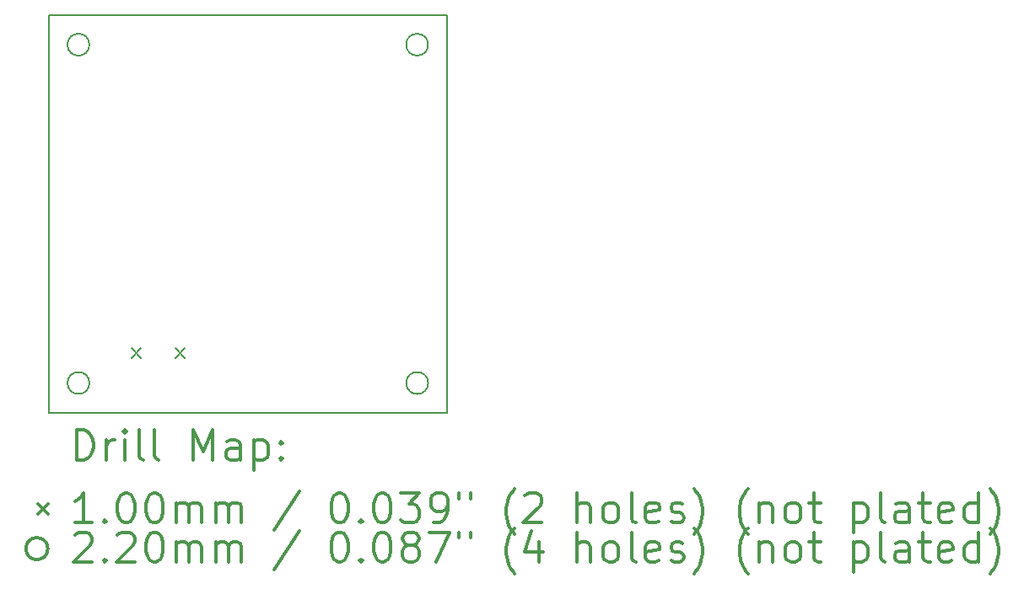
<source format=gbr>
%FSLAX45Y45*%
G04 Gerber Fmt 4.5, Leading zero omitted, Abs format (unit mm)*
G04 Created by KiCad (PCBNEW (5.0.2)-1) date 30/01/2019 15:40:04*
%MOMM*%
%LPD*%
G01*
G04 APERTURE LIST*
%ADD10C,0.150000*%
%ADD11C,0.200000*%
%ADD12C,0.300000*%
G04 APERTURE END LIST*
D10*
X2000000Y-6000000D02*
X2000000Y-2000000D01*
X6000000Y-6000000D02*
X2000000Y-6000000D01*
X6000000Y-2000000D02*
X6000000Y-6000000D01*
X2000000Y-2000000D02*
X6000000Y-2000000D01*
D11*
X2830000Y-5350000D02*
X2930000Y-5450000D01*
X2930000Y-5350000D02*
X2830000Y-5450000D01*
X3270000Y-5350000D02*
X3370000Y-5450000D01*
X3370000Y-5350000D02*
X3270000Y-5450000D01*
X2410000Y-2300000D02*
G75*
G03X2410000Y-2300000I-110000J0D01*
G01*
X5810000Y-2300000D02*
G75*
G03X5810000Y-2300000I-110000J0D01*
G01*
X5810000Y-5700000D02*
G75*
G03X5810000Y-5700000I-110000J0D01*
G01*
X2410000Y-5700000D02*
G75*
G03X2410000Y-5700000I-110000J0D01*
G01*
D12*
X2278928Y-6473214D02*
X2278928Y-6173214D01*
X2350357Y-6173214D01*
X2393214Y-6187500D01*
X2421786Y-6216071D01*
X2436071Y-6244643D01*
X2450357Y-6301786D01*
X2450357Y-6344643D01*
X2436071Y-6401786D01*
X2421786Y-6430357D01*
X2393214Y-6458929D01*
X2350357Y-6473214D01*
X2278928Y-6473214D01*
X2578928Y-6473214D02*
X2578928Y-6273214D01*
X2578928Y-6330357D02*
X2593214Y-6301786D01*
X2607500Y-6287500D01*
X2636071Y-6273214D01*
X2664643Y-6273214D01*
X2764643Y-6473214D02*
X2764643Y-6273214D01*
X2764643Y-6173214D02*
X2750357Y-6187500D01*
X2764643Y-6201786D01*
X2778928Y-6187500D01*
X2764643Y-6173214D01*
X2764643Y-6201786D01*
X2950357Y-6473214D02*
X2921786Y-6458929D01*
X2907500Y-6430357D01*
X2907500Y-6173214D01*
X3107500Y-6473214D02*
X3078928Y-6458929D01*
X3064643Y-6430357D01*
X3064643Y-6173214D01*
X3450357Y-6473214D02*
X3450357Y-6173214D01*
X3550357Y-6387500D01*
X3650357Y-6173214D01*
X3650357Y-6473214D01*
X3921786Y-6473214D02*
X3921786Y-6316071D01*
X3907500Y-6287500D01*
X3878928Y-6273214D01*
X3821786Y-6273214D01*
X3793214Y-6287500D01*
X3921786Y-6458929D02*
X3893214Y-6473214D01*
X3821786Y-6473214D01*
X3793214Y-6458929D01*
X3778928Y-6430357D01*
X3778928Y-6401786D01*
X3793214Y-6373214D01*
X3821786Y-6358929D01*
X3893214Y-6358929D01*
X3921786Y-6344643D01*
X4064643Y-6273214D02*
X4064643Y-6573214D01*
X4064643Y-6287500D02*
X4093214Y-6273214D01*
X4150357Y-6273214D01*
X4178928Y-6287500D01*
X4193214Y-6301786D01*
X4207500Y-6330357D01*
X4207500Y-6416071D01*
X4193214Y-6444643D01*
X4178928Y-6458929D01*
X4150357Y-6473214D01*
X4093214Y-6473214D01*
X4064643Y-6458929D01*
X4336071Y-6444643D02*
X4350357Y-6458929D01*
X4336071Y-6473214D01*
X4321786Y-6458929D01*
X4336071Y-6444643D01*
X4336071Y-6473214D01*
X4336071Y-6287500D02*
X4350357Y-6301786D01*
X4336071Y-6316071D01*
X4321786Y-6301786D01*
X4336071Y-6287500D01*
X4336071Y-6316071D01*
X1892500Y-6917500D02*
X1992500Y-7017500D01*
X1992500Y-6917500D02*
X1892500Y-7017500D01*
X2436071Y-7103214D02*
X2264643Y-7103214D01*
X2350357Y-7103214D02*
X2350357Y-6803214D01*
X2321786Y-6846071D01*
X2293214Y-6874643D01*
X2264643Y-6888929D01*
X2564643Y-7074643D02*
X2578928Y-7088929D01*
X2564643Y-7103214D01*
X2550357Y-7088929D01*
X2564643Y-7074643D01*
X2564643Y-7103214D01*
X2764643Y-6803214D02*
X2793214Y-6803214D01*
X2821786Y-6817500D01*
X2836071Y-6831786D01*
X2850357Y-6860357D01*
X2864643Y-6917500D01*
X2864643Y-6988929D01*
X2850357Y-7046071D01*
X2836071Y-7074643D01*
X2821786Y-7088929D01*
X2793214Y-7103214D01*
X2764643Y-7103214D01*
X2736071Y-7088929D01*
X2721786Y-7074643D01*
X2707500Y-7046071D01*
X2693214Y-6988929D01*
X2693214Y-6917500D01*
X2707500Y-6860357D01*
X2721786Y-6831786D01*
X2736071Y-6817500D01*
X2764643Y-6803214D01*
X3050357Y-6803214D02*
X3078928Y-6803214D01*
X3107500Y-6817500D01*
X3121786Y-6831786D01*
X3136071Y-6860357D01*
X3150357Y-6917500D01*
X3150357Y-6988929D01*
X3136071Y-7046071D01*
X3121786Y-7074643D01*
X3107500Y-7088929D01*
X3078928Y-7103214D01*
X3050357Y-7103214D01*
X3021786Y-7088929D01*
X3007500Y-7074643D01*
X2993214Y-7046071D01*
X2978928Y-6988929D01*
X2978928Y-6917500D01*
X2993214Y-6860357D01*
X3007500Y-6831786D01*
X3021786Y-6817500D01*
X3050357Y-6803214D01*
X3278928Y-7103214D02*
X3278928Y-6903214D01*
X3278928Y-6931786D02*
X3293214Y-6917500D01*
X3321786Y-6903214D01*
X3364643Y-6903214D01*
X3393214Y-6917500D01*
X3407500Y-6946071D01*
X3407500Y-7103214D01*
X3407500Y-6946071D02*
X3421786Y-6917500D01*
X3450357Y-6903214D01*
X3493214Y-6903214D01*
X3521786Y-6917500D01*
X3536071Y-6946071D01*
X3536071Y-7103214D01*
X3678928Y-7103214D02*
X3678928Y-6903214D01*
X3678928Y-6931786D02*
X3693214Y-6917500D01*
X3721786Y-6903214D01*
X3764643Y-6903214D01*
X3793214Y-6917500D01*
X3807500Y-6946071D01*
X3807500Y-7103214D01*
X3807500Y-6946071D02*
X3821786Y-6917500D01*
X3850357Y-6903214D01*
X3893214Y-6903214D01*
X3921786Y-6917500D01*
X3936071Y-6946071D01*
X3936071Y-7103214D01*
X4521786Y-6788929D02*
X4264643Y-7174643D01*
X4907500Y-6803214D02*
X4936071Y-6803214D01*
X4964643Y-6817500D01*
X4978928Y-6831786D01*
X4993214Y-6860357D01*
X5007500Y-6917500D01*
X5007500Y-6988929D01*
X4993214Y-7046071D01*
X4978928Y-7074643D01*
X4964643Y-7088929D01*
X4936071Y-7103214D01*
X4907500Y-7103214D01*
X4878928Y-7088929D01*
X4864643Y-7074643D01*
X4850357Y-7046071D01*
X4836071Y-6988929D01*
X4836071Y-6917500D01*
X4850357Y-6860357D01*
X4864643Y-6831786D01*
X4878928Y-6817500D01*
X4907500Y-6803214D01*
X5136071Y-7074643D02*
X5150357Y-7088929D01*
X5136071Y-7103214D01*
X5121786Y-7088929D01*
X5136071Y-7074643D01*
X5136071Y-7103214D01*
X5336071Y-6803214D02*
X5364643Y-6803214D01*
X5393214Y-6817500D01*
X5407500Y-6831786D01*
X5421786Y-6860357D01*
X5436071Y-6917500D01*
X5436071Y-6988929D01*
X5421786Y-7046071D01*
X5407500Y-7074643D01*
X5393214Y-7088929D01*
X5364643Y-7103214D01*
X5336071Y-7103214D01*
X5307500Y-7088929D01*
X5293214Y-7074643D01*
X5278928Y-7046071D01*
X5264643Y-6988929D01*
X5264643Y-6917500D01*
X5278928Y-6860357D01*
X5293214Y-6831786D01*
X5307500Y-6817500D01*
X5336071Y-6803214D01*
X5536071Y-6803214D02*
X5721786Y-6803214D01*
X5621786Y-6917500D01*
X5664643Y-6917500D01*
X5693214Y-6931786D01*
X5707500Y-6946071D01*
X5721786Y-6974643D01*
X5721786Y-7046071D01*
X5707500Y-7074643D01*
X5693214Y-7088929D01*
X5664643Y-7103214D01*
X5578928Y-7103214D01*
X5550357Y-7088929D01*
X5536071Y-7074643D01*
X5864643Y-7103214D02*
X5921786Y-7103214D01*
X5950357Y-7088929D01*
X5964643Y-7074643D01*
X5993214Y-7031786D01*
X6007500Y-6974643D01*
X6007500Y-6860357D01*
X5993214Y-6831786D01*
X5978928Y-6817500D01*
X5950357Y-6803214D01*
X5893214Y-6803214D01*
X5864643Y-6817500D01*
X5850357Y-6831786D01*
X5836071Y-6860357D01*
X5836071Y-6931786D01*
X5850357Y-6960357D01*
X5864643Y-6974643D01*
X5893214Y-6988929D01*
X5950357Y-6988929D01*
X5978928Y-6974643D01*
X5993214Y-6960357D01*
X6007500Y-6931786D01*
X6121786Y-6803214D02*
X6121786Y-6860357D01*
X6236071Y-6803214D02*
X6236071Y-6860357D01*
X6678928Y-7217500D02*
X6664643Y-7203214D01*
X6636071Y-7160357D01*
X6621786Y-7131786D01*
X6607500Y-7088929D01*
X6593214Y-7017500D01*
X6593214Y-6960357D01*
X6607500Y-6888929D01*
X6621786Y-6846071D01*
X6636071Y-6817500D01*
X6664643Y-6774643D01*
X6678928Y-6760357D01*
X6778928Y-6831786D02*
X6793214Y-6817500D01*
X6821786Y-6803214D01*
X6893214Y-6803214D01*
X6921786Y-6817500D01*
X6936071Y-6831786D01*
X6950357Y-6860357D01*
X6950357Y-6888929D01*
X6936071Y-6931786D01*
X6764643Y-7103214D01*
X6950357Y-7103214D01*
X7307500Y-7103214D02*
X7307500Y-6803214D01*
X7436071Y-7103214D02*
X7436071Y-6946071D01*
X7421786Y-6917500D01*
X7393214Y-6903214D01*
X7350357Y-6903214D01*
X7321786Y-6917500D01*
X7307500Y-6931786D01*
X7621786Y-7103214D02*
X7593214Y-7088929D01*
X7578928Y-7074643D01*
X7564643Y-7046071D01*
X7564643Y-6960357D01*
X7578928Y-6931786D01*
X7593214Y-6917500D01*
X7621786Y-6903214D01*
X7664643Y-6903214D01*
X7693214Y-6917500D01*
X7707500Y-6931786D01*
X7721786Y-6960357D01*
X7721786Y-7046071D01*
X7707500Y-7074643D01*
X7693214Y-7088929D01*
X7664643Y-7103214D01*
X7621786Y-7103214D01*
X7893214Y-7103214D02*
X7864643Y-7088929D01*
X7850357Y-7060357D01*
X7850357Y-6803214D01*
X8121786Y-7088929D02*
X8093214Y-7103214D01*
X8036071Y-7103214D01*
X8007500Y-7088929D01*
X7993214Y-7060357D01*
X7993214Y-6946071D01*
X8007500Y-6917500D01*
X8036071Y-6903214D01*
X8093214Y-6903214D01*
X8121786Y-6917500D01*
X8136071Y-6946071D01*
X8136071Y-6974643D01*
X7993214Y-7003214D01*
X8250357Y-7088929D02*
X8278928Y-7103214D01*
X8336071Y-7103214D01*
X8364643Y-7088929D01*
X8378928Y-7060357D01*
X8378928Y-7046071D01*
X8364643Y-7017500D01*
X8336071Y-7003214D01*
X8293214Y-7003214D01*
X8264643Y-6988929D01*
X8250357Y-6960357D01*
X8250357Y-6946071D01*
X8264643Y-6917500D01*
X8293214Y-6903214D01*
X8336071Y-6903214D01*
X8364643Y-6917500D01*
X8478928Y-7217500D02*
X8493214Y-7203214D01*
X8521786Y-7160357D01*
X8536071Y-7131786D01*
X8550357Y-7088929D01*
X8564643Y-7017500D01*
X8564643Y-6960357D01*
X8550357Y-6888929D01*
X8536071Y-6846071D01*
X8521786Y-6817500D01*
X8493214Y-6774643D01*
X8478928Y-6760357D01*
X9021786Y-7217500D02*
X9007500Y-7203214D01*
X8978928Y-7160357D01*
X8964643Y-7131786D01*
X8950357Y-7088929D01*
X8936071Y-7017500D01*
X8936071Y-6960357D01*
X8950357Y-6888929D01*
X8964643Y-6846071D01*
X8978928Y-6817500D01*
X9007500Y-6774643D01*
X9021786Y-6760357D01*
X9136071Y-6903214D02*
X9136071Y-7103214D01*
X9136071Y-6931786D02*
X9150357Y-6917500D01*
X9178928Y-6903214D01*
X9221786Y-6903214D01*
X9250357Y-6917500D01*
X9264643Y-6946071D01*
X9264643Y-7103214D01*
X9450357Y-7103214D02*
X9421786Y-7088929D01*
X9407500Y-7074643D01*
X9393214Y-7046071D01*
X9393214Y-6960357D01*
X9407500Y-6931786D01*
X9421786Y-6917500D01*
X9450357Y-6903214D01*
X9493214Y-6903214D01*
X9521786Y-6917500D01*
X9536071Y-6931786D01*
X9550357Y-6960357D01*
X9550357Y-7046071D01*
X9536071Y-7074643D01*
X9521786Y-7088929D01*
X9493214Y-7103214D01*
X9450357Y-7103214D01*
X9636071Y-6903214D02*
X9750357Y-6903214D01*
X9678928Y-6803214D02*
X9678928Y-7060357D01*
X9693214Y-7088929D01*
X9721786Y-7103214D01*
X9750357Y-7103214D01*
X10078928Y-6903214D02*
X10078928Y-7203214D01*
X10078928Y-6917500D02*
X10107500Y-6903214D01*
X10164643Y-6903214D01*
X10193214Y-6917500D01*
X10207500Y-6931786D01*
X10221786Y-6960357D01*
X10221786Y-7046071D01*
X10207500Y-7074643D01*
X10193214Y-7088929D01*
X10164643Y-7103214D01*
X10107500Y-7103214D01*
X10078928Y-7088929D01*
X10393214Y-7103214D02*
X10364643Y-7088929D01*
X10350357Y-7060357D01*
X10350357Y-6803214D01*
X10636071Y-7103214D02*
X10636071Y-6946071D01*
X10621786Y-6917500D01*
X10593214Y-6903214D01*
X10536071Y-6903214D01*
X10507500Y-6917500D01*
X10636071Y-7088929D02*
X10607500Y-7103214D01*
X10536071Y-7103214D01*
X10507500Y-7088929D01*
X10493214Y-7060357D01*
X10493214Y-7031786D01*
X10507500Y-7003214D01*
X10536071Y-6988929D01*
X10607500Y-6988929D01*
X10636071Y-6974643D01*
X10736071Y-6903214D02*
X10850357Y-6903214D01*
X10778928Y-6803214D02*
X10778928Y-7060357D01*
X10793214Y-7088929D01*
X10821786Y-7103214D01*
X10850357Y-7103214D01*
X11064643Y-7088929D02*
X11036071Y-7103214D01*
X10978928Y-7103214D01*
X10950357Y-7088929D01*
X10936071Y-7060357D01*
X10936071Y-6946071D01*
X10950357Y-6917500D01*
X10978928Y-6903214D01*
X11036071Y-6903214D01*
X11064643Y-6917500D01*
X11078928Y-6946071D01*
X11078928Y-6974643D01*
X10936071Y-7003214D01*
X11336071Y-7103214D02*
X11336071Y-6803214D01*
X11336071Y-7088929D02*
X11307500Y-7103214D01*
X11250357Y-7103214D01*
X11221786Y-7088929D01*
X11207500Y-7074643D01*
X11193214Y-7046071D01*
X11193214Y-6960357D01*
X11207500Y-6931786D01*
X11221786Y-6917500D01*
X11250357Y-6903214D01*
X11307500Y-6903214D01*
X11336071Y-6917500D01*
X11450357Y-7217500D02*
X11464643Y-7203214D01*
X11493214Y-7160357D01*
X11507500Y-7131786D01*
X11521786Y-7088929D01*
X11536071Y-7017500D01*
X11536071Y-6960357D01*
X11521786Y-6888929D01*
X11507500Y-6846071D01*
X11493214Y-6817500D01*
X11464643Y-6774643D01*
X11450357Y-6760357D01*
X1992500Y-7363500D02*
G75*
G03X1992500Y-7363500I-110000J0D01*
G01*
X2264643Y-7227786D02*
X2278928Y-7213500D01*
X2307500Y-7199214D01*
X2378928Y-7199214D01*
X2407500Y-7213500D01*
X2421786Y-7227786D01*
X2436071Y-7256357D01*
X2436071Y-7284929D01*
X2421786Y-7327786D01*
X2250357Y-7499214D01*
X2436071Y-7499214D01*
X2564643Y-7470643D02*
X2578928Y-7484929D01*
X2564643Y-7499214D01*
X2550357Y-7484929D01*
X2564643Y-7470643D01*
X2564643Y-7499214D01*
X2693214Y-7227786D02*
X2707500Y-7213500D01*
X2736071Y-7199214D01*
X2807500Y-7199214D01*
X2836071Y-7213500D01*
X2850357Y-7227786D01*
X2864643Y-7256357D01*
X2864643Y-7284929D01*
X2850357Y-7327786D01*
X2678928Y-7499214D01*
X2864643Y-7499214D01*
X3050357Y-7199214D02*
X3078928Y-7199214D01*
X3107500Y-7213500D01*
X3121786Y-7227786D01*
X3136071Y-7256357D01*
X3150357Y-7313500D01*
X3150357Y-7384929D01*
X3136071Y-7442071D01*
X3121786Y-7470643D01*
X3107500Y-7484929D01*
X3078928Y-7499214D01*
X3050357Y-7499214D01*
X3021786Y-7484929D01*
X3007500Y-7470643D01*
X2993214Y-7442071D01*
X2978928Y-7384929D01*
X2978928Y-7313500D01*
X2993214Y-7256357D01*
X3007500Y-7227786D01*
X3021786Y-7213500D01*
X3050357Y-7199214D01*
X3278928Y-7499214D02*
X3278928Y-7299214D01*
X3278928Y-7327786D02*
X3293214Y-7313500D01*
X3321786Y-7299214D01*
X3364643Y-7299214D01*
X3393214Y-7313500D01*
X3407500Y-7342071D01*
X3407500Y-7499214D01*
X3407500Y-7342071D02*
X3421786Y-7313500D01*
X3450357Y-7299214D01*
X3493214Y-7299214D01*
X3521786Y-7313500D01*
X3536071Y-7342071D01*
X3536071Y-7499214D01*
X3678928Y-7499214D02*
X3678928Y-7299214D01*
X3678928Y-7327786D02*
X3693214Y-7313500D01*
X3721786Y-7299214D01*
X3764643Y-7299214D01*
X3793214Y-7313500D01*
X3807500Y-7342071D01*
X3807500Y-7499214D01*
X3807500Y-7342071D02*
X3821786Y-7313500D01*
X3850357Y-7299214D01*
X3893214Y-7299214D01*
X3921786Y-7313500D01*
X3936071Y-7342071D01*
X3936071Y-7499214D01*
X4521786Y-7184929D02*
X4264643Y-7570643D01*
X4907500Y-7199214D02*
X4936071Y-7199214D01*
X4964643Y-7213500D01*
X4978928Y-7227786D01*
X4993214Y-7256357D01*
X5007500Y-7313500D01*
X5007500Y-7384929D01*
X4993214Y-7442071D01*
X4978928Y-7470643D01*
X4964643Y-7484929D01*
X4936071Y-7499214D01*
X4907500Y-7499214D01*
X4878928Y-7484929D01*
X4864643Y-7470643D01*
X4850357Y-7442071D01*
X4836071Y-7384929D01*
X4836071Y-7313500D01*
X4850357Y-7256357D01*
X4864643Y-7227786D01*
X4878928Y-7213500D01*
X4907500Y-7199214D01*
X5136071Y-7470643D02*
X5150357Y-7484929D01*
X5136071Y-7499214D01*
X5121786Y-7484929D01*
X5136071Y-7470643D01*
X5136071Y-7499214D01*
X5336071Y-7199214D02*
X5364643Y-7199214D01*
X5393214Y-7213500D01*
X5407500Y-7227786D01*
X5421786Y-7256357D01*
X5436071Y-7313500D01*
X5436071Y-7384929D01*
X5421786Y-7442071D01*
X5407500Y-7470643D01*
X5393214Y-7484929D01*
X5364643Y-7499214D01*
X5336071Y-7499214D01*
X5307500Y-7484929D01*
X5293214Y-7470643D01*
X5278928Y-7442071D01*
X5264643Y-7384929D01*
X5264643Y-7313500D01*
X5278928Y-7256357D01*
X5293214Y-7227786D01*
X5307500Y-7213500D01*
X5336071Y-7199214D01*
X5607500Y-7327786D02*
X5578928Y-7313500D01*
X5564643Y-7299214D01*
X5550357Y-7270643D01*
X5550357Y-7256357D01*
X5564643Y-7227786D01*
X5578928Y-7213500D01*
X5607500Y-7199214D01*
X5664643Y-7199214D01*
X5693214Y-7213500D01*
X5707500Y-7227786D01*
X5721786Y-7256357D01*
X5721786Y-7270643D01*
X5707500Y-7299214D01*
X5693214Y-7313500D01*
X5664643Y-7327786D01*
X5607500Y-7327786D01*
X5578928Y-7342071D01*
X5564643Y-7356357D01*
X5550357Y-7384929D01*
X5550357Y-7442071D01*
X5564643Y-7470643D01*
X5578928Y-7484929D01*
X5607500Y-7499214D01*
X5664643Y-7499214D01*
X5693214Y-7484929D01*
X5707500Y-7470643D01*
X5721786Y-7442071D01*
X5721786Y-7384929D01*
X5707500Y-7356357D01*
X5693214Y-7342071D01*
X5664643Y-7327786D01*
X5821786Y-7199214D02*
X6021786Y-7199214D01*
X5893214Y-7499214D01*
X6121786Y-7199214D02*
X6121786Y-7256357D01*
X6236071Y-7199214D02*
X6236071Y-7256357D01*
X6678928Y-7613500D02*
X6664643Y-7599214D01*
X6636071Y-7556357D01*
X6621786Y-7527786D01*
X6607500Y-7484929D01*
X6593214Y-7413500D01*
X6593214Y-7356357D01*
X6607500Y-7284929D01*
X6621786Y-7242071D01*
X6636071Y-7213500D01*
X6664643Y-7170643D01*
X6678928Y-7156357D01*
X6921786Y-7299214D02*
X6921786Y-7499214D01*
X6850357Y-7184929D02*
X6778928Y-7399214D01*
X6964643Y-7399214D01*
X7307500Y-7499214D02*
X7307500Y-7199214D01*
X7436071Y-7499214D02*
X7436071Y-7342071D01*
X7421786Y-7313500D01*
X7393214Y-7299214D01*
X7350357Y-7299214D01*
X7321786Y-7313500D01*
X7307500Y-7327786D01*
X7621786Y-7499214D02*
X7593214Y-7484929D01*
X7578928Y-7470643D01*
X7564643Y-7442071D01*
X7564643Y-7356357D01*
X7578928Y-7327786D01*
X7593214Y-7313500D01*
X7621786Y-7299214D01*
X7664643Y-7299214D01*
X7693214Y-7313500D01*
X7707500Y-7327786D01*
X7721786Y-7356357D01*
X7721786Y-7442071D01*
X7707500Y-7470643D01*
X7693214Y-7484929D01*
X7664643Y-7499214D01*
X7621786Y-7499214D01*
X7893214Y-7499214D02*
X7864643Y-7484929D01*
X7850357Y-7456357D01*
X7850357Y-7199214D01*
X8121786Y-7484929D02*
X8093214Y-7499214D01*
X8036071Y-7499214D01*
X8007500Y-7484929D01*
X7993214Y-7456357D01*
X7993214Y-7342071D01*
X8007500Y-7313500D01*
X8036071Y-7299214D01*
X8093214Y-7299214D01*
X8121786Y-7313500D01*
X8136071Y-7342071D01*
X8136071Y-7370643D01*
X7993214Y-7399214D01*
X8250357Y-7484929D02*
X8278928Y-7499214D01*
X8336071Y-7499214D01*
X8364643Y-7484929D01*
X8378928Y-7456357D01*
X8378928Y-7442071D01*
X8364643Y-7413500D01*
X8336071Y-7399214D01*
X8293214Y-7399214D01*
X8264643Y-7384929D01*
X8250357Y-7356357D01*
X8250357Y-7342071D01*
X8264643Y-7313500D01*
X8293214Y-7299214D01*
X8336071Y-7299214D01*
X8364643Y-7313500D01*
X8478928Y-7613500D02*
X8493214Y-7599214D01*
X8521786Y-7556357D01*
X8536071Y-7527786D01*
X8550357Y-7484929D01*
X8564643Y-7413500D01*
X8564643Y-7356357D01*
X8550357Y-7284929D01*
X8536071Y-7242071D01*
X8521786Y-7213500D01*
X8493214Y-7170643D01*
X8478928Y-7156357D01*
X9021786Y-7613500D02*
X9007500Y-7599214D01*
X8978928Y-7556357D01*
X8964643Y-7527786D01*
X8950357Y-7484929D01*
X8936071Y-7413500D01*
X8936071Y-7356357D01*
X8950357Y-7284929D01*
X8964643Y-7242071D01*
X8978928Y-7213500D01*
X9007500Y-7170643D01*
X9021786Y-7156357D01*
X9136071Y-7299214D02*
X9136071Y-7499214D01*
X9136071Y-7327786D02*
X9150357Y-7313500D01*
X9178928Y-7299214D01*
X9221786Y-7299214D01*
X9250357Y-7313500D01*
X9264643Y-7342071D01*
X9264643Y-7499214D01*
X9450357Y-7499214D02*
X9421786Y-7484929D01*
X9407500Y-7470643D01*
X9393214Y-7442071D01*
X9393214Y-7356357D01*
X9407500Y-7327786D01*
X9421786Y-7313500D01*
X9450357Y-7299214D01*
X9493214Y-7299214D01*
X9521786Y-7313500D01*
X9536071Y-7327786D01*
X9550357Y-7356357D01*
X9550357Y-7442071D01*
X9536071Y-7470643D01*
X9521786Y-7484929D01*
X9493214Y-7499214D01*
X9450357Y-7499214D01*
X9636071Y-7299214D02*
X9750357Y-7299214D01*
X9678928Y-7199214D02*
X9678928Y-7456357D01*
X9693214Y-7484929D01*
X9721786Y-7499214D01*
X9750357Y-7499214D01*
X10078928Y-7299214D02*
X10078928Y-7599214D01*
X10078928Y-7313500D02*
X10107500Y-7299214D01*
X10164643Y-7299214D01*
X10193214Y-7313500D01*
X10207500Y-7327786D01*
X10221786Y-7356357D01*
X10221786Y-7442071D01*
X10207500Y-7470643D01*
X10193214Y-7484929D01*
X10164643Y-7499214D01*
X10107500Y-7499214D01*
X10078928Y-7484929D01*
X10393214Y-7499214D02*
X10364643Y-7484929D01*
X10350357Y-7456357D01*
X10350357Y-7199214D01*
X10636071Y-7499214D02*
X10636071Y-7342071D01*
X10621786Y-7313500D01*
X10593214Y-7299214D01*
X10536071Y-7299214D01*
X10507500Y-7313500D01*
X10636071Y-7484929D02*
X10607500Y-7499214D01*
X10536071Y-7499214D01*
X10507500Y-7484929D01*
X10493214Y-7456357D01*
X10493214Y-7427786D01*
X10507500Y-7399214D01*
X10536071Y-7384929D01*
X10607500Y-7384929D01*
X10636071Y-7370643D01*
X10736071Y-7299214D02*
X10850357Y-7299214D01*
X10778928Y-7199214D02*
X10778928Y-7456357D01*
X10793214Y-7484929D01*
X10821786Y-7499214D01*
X10850357Y-7499214D01*
X11064643Y-7484929D02*
X11036071Y-7499214D01*
X10978928Y-7499214D01*
X10950357Y-7484929D01*
X10936071Y-7456357D01*
X10936071Y-7342071D01*
X10950357Y-7313500D01*
X10978928Y-7299214D01*
X11036071Y-7299214D01*
X11064643Y-7313500D01*
X11078928Y-7342071D01*
X11078928Y-7370643D01*
X10936071Y-7399214D01*
X11336071Y-7499214D02*
X11336071Y-7199214D01*
X11336071Y-7484929D02*
X11307500Y-7499214D01*
X11250357Y-7499214D01*
X11221786Y-7484929D01*
X11207500Y-7470643D01*
X11193214Y-7442071D01*
X11193214Y-7356357D01*
X11207500Y-7327786D01*
X11221786Y-7313500D01*
X11250357Y-7299214D01*
X11307500Y-7299214D01*
X11336071Y-7313500D01*
X11450357Y-7613500D02*
X11464643Y-7599214D01*
X11493214Y-7556357D01*
X11507500Y-7527786D01*
X11521786Y-7484929D01*
X11536071Y-7413500D01*
X11536071Y-7356357D01*
X11521786Y-7284929D01*
X11507500Y-7242071D01*
X11493214Y-7213500D01*
X11464643Y-7170643D01*
X11450357Y-7156357D01*
M02*

</source>
